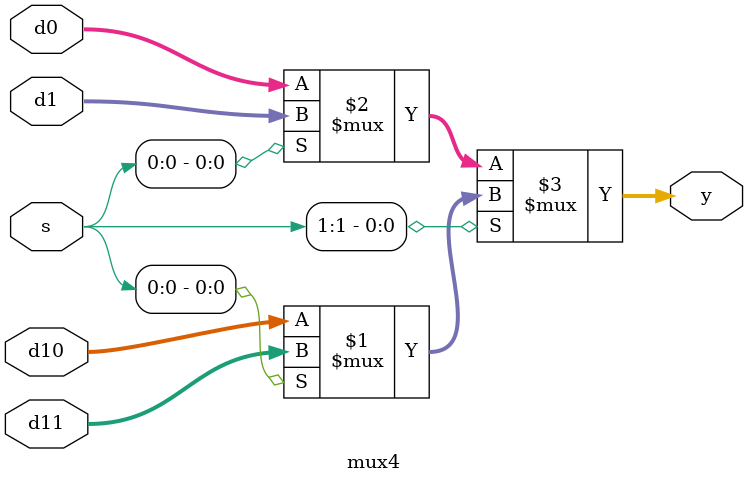
<source format=sv>
module mux2 (
	input logic [3:0] d0, d1,
	input logic s,
	output logic [3:0] y
);
	assign y = s ? d1 : d0;
endmodule

module mux4 (
	input logic [3:0] d0, d1, d10, d11,
	input logic [2:0] s,
	output logic [3:0] y
);
	assign y = s[1] ? (s[0] ? d11 : d10) : (s[0] ? d1 : d0);
endmodule

// module mux  (
// 	input logic select,
// 	output logic [1:0] out
// );

// always_comb 
// 	case (select)
// 		1'b0: out = 2'b10;
// 		1'b1: out = 2'b11;
// 		// default: out = 1'b1;
// 	endcase
	
	
// endmodule
</source>
